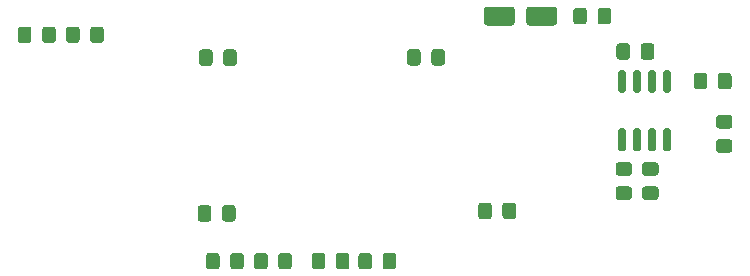
<source format=gbr>
%TF.GenerationSoftware,KiCad,Pcbnew,5.1.6*%
%TF.CreationDate,2020-09-06T18:19:59+02:00*%
%TF.ProjectId,volume_detection,766f6c75-6d65-45f6-9465-74656374696f,rev?*%
%TF.SameCoordinates,Original*%
%TF.FileFunction,Paste,Top*%
%TF.FilePolarity,Positive*%
%FSLAX46Y46*%
G04 Gerber Fmt 4.6, Leading zero omitted, Abs format (unit mm)*
G04 Created by KiCad (PCBNEW 5.1.6) date 2020-09-06 18:19:59*
%MOMM*%
%LPD*%
G01*
G04 APERTURE LIST*
G04 APERTURE END LIST*
%TO.C,C5*%
G36*
G01*
X77225000Y-144650001D02*
X77225000Y-143749999D01*
G75*
G02*
X77474999Y-143500000I249999J0D01*
G01*
X78125001Y-143500000D01*
G75*
G02*
X78375000Y-143749999I0J-249999D01*
G01*
X78375000Y-144650001D01*
G75*
G02*
X78125001Y-144900000I-249999J0D01*
G01*
X77474999Y-144900000D01*
G75*
G02*
X77225000Y-144650001I0J249999D01*
G01*
G37*
G36*
G01*
X75175000Y-144650001D02*
X75175000Y-143749999D01*
G75*
G02*
X75424999Y-143500000I249999J0D01*
G01*
X76075001Y-143500000D01*
G75*
G02*
X76325000Y-143749999I0J-249999D01*
G01*
X76325000Y-144650001D01*
G75*
G02*
X76075001Y-144900000I-249999J0D01*
G01*
X75424999Y-144900000D01*
G75*
G02*
X75175000Y-144650001I0J249999D01*
G01*
G37*
%TD*%
%TO.C,C1*%
G36*
G01*
X113049999Y-139875000D02*
X113950001Y-139875000D01*
G75*
G02*
X114200000Y-140124999I0J-249999D01*
G01*
X114200000Y-140775001D01*
G75*
G02*
X113950001Y-141025000I-249999J0D01*
G01*
X113049999Y-141025000D01*
G75*
G02*
X112800000Y-140775001I0J249999D01*
G01*
X112800000Y-140124999D01*
G75*
G02*
X113049999Y-139875000I249999J0D01*
G01*
G37*
G36*
G01*
X113049999Y-141925000D02*
X113950001Y-141925000D01*
G75*
G02*
X114200000Y-142174999I0J-249999D01*
G01*
X114200000Y-142825001D01*
G75*
G02*
X113950001Y-143075000I-249999J0D01*
G01*
X113049999Y-143075000D01*
G75*
G02*
X112800000Y-142825001I0J249999D01*
G01*
X112800000Y-142174999D01*
G75*
G02*
X113049999Y-141925000I249999J0D01*
G01*
G37*
%TD*%
%TO.C,C2*%
G36*
G01*
X100975000Y-144450001D02*
X100975000Y-143549999D01*
G75*
G02*
X101224999Y-143300000I249999J0D01*
G01*
X101875001Y-143300000D01*
G75*
G02*
X102125000Y-143549999I0J-249999D01*
G01*
X102125000Y-144450001D01*
G75*
G02*
X101875001Y-144700000I-249999J0D01*
G01*
X101224999Y-144700000D01*
G75*
G02*
X100975000Y-144450001I0J249999D01*
G01*
G37*
G36*
G01*
X98925000Y-144450001D02*
X98925000Y-143549999D01*
G75*
G02*
X99174999Y-143300000I249999J0D01*
G01*
X99825001Y-143300000D01*
G75*
G02*
X100075000Y-143549999I0J-249999D01*
G01*
X100075000Y-144450001D01*
G75*
G02*
X99825001Y-144700000I-249999J0D01*
G01*
X99174999Y-144700000D01*
G75*
G02*
X98925000Y-144450001I0J249999D01*
G01*
G37*
%TD*%
%TO.C,C3*%
G36*
G01*
X76432200Y-130568599D02*
X76432200Y-131468601D01*
G75*
G02*
X76182201Y-131718600I-249999J0D01*
G01*
X75532199Y-131718600D01*
G75*
G02*
X75282200Y-131468601I0J249999D01*
G01*
X75282200Y-130568599D01*
G75*
G02*
X75532199Y-130318600I249999J0D01*
G01*
X76182201Y-130318600D01*
G75*
G02*
X76432200Y-130568599I0J-249999D01*
G01*
G37*
G36*
G01*
X78482200Y-130568599D02*
X78482200Y-131468601D01*
G75*
G02*
X78232201Y-131718600I-249999J0D01*
G01*
X77582199Y-131718600D01*
G75*
G02*
X77332200Y-131468601I0J249999D01*
G01*
X77332200Y-130568599D01*
G75*
G02*
X77582199Y-130318600I249999J0D01*
G01*
X78232201Y-130318600D01*
G75*
G02*
X78482200Y-130568599I0J-249999D01*
G01*
G37*
%TD*%
%TO.C,C4*%
G36*
G01*
X119299999Y-135875000D02*
X120200001Y-135875000D01*
G75*
G02*
X120450000Y-136124999I0J-249999D01*
G01*
X120450000Y-136775001D01*
G75*
G02*
X120200001Y-137025000I-249999J0D01*
G01*
X119299999Y-137025000D01*
G75*
G02*
X119050000Y-136775001I0J249999D01*
G01*
X119050000Y-136124999D01*
G75*
G02*
X119299999Y-135875000I249999J0D01*
G01*
G37*
G36*
G01*
X119299999Y-137925000D02*
X120200001Y-137925000D01*
G75*
G02*
X120450000Y-138174999I0J-249999D01*
G01*
X120450000Y-138825001D01*
G75*
G02*
X120200001Y-139075000I-249999J0D01*
G01*
X119299999Y-139075000D01*
G75*
G02*
X119050000Y-138825001I0J249999D01*
G01*
X119050000Y-138174999D01*
G75*
G02*
X119299999Y-137925000I249999J0D01*
G01*
G37*
%TD*%
%TO.C,Co1*%
G36*
G01*
X105600000Y-126950000D02*
X105600000Y-128050000D01*
G75*
G02*
X105350000Y-128300000I-250000J0D01*
G01*
X103250000Y-128300000D01*
G75*
G02*
X103000000Y-128050000I0J250000D01*
G01*
X103000000Y-126950000D01*
G75*
G02*
X103250000Y-126700000I250000J0D01*
G01*
X105350000Y-126700000D01*
G75*
G02*
X105600000Y-126950000I0J-250000D01*
G01*
G37*
G36*
G01*
X102000000Y-126950000D02*
X102000000Y-128050000D01*
G75*
G02*
X101750000Y-128300000I-250000J0D01*
G01*
X99650000Y-128300000D01*
G75*
G02*
X99400000Y-128050000I0J250000D01*
G01*
X99400000Y-126950000D01*
G75*
G02*
X99650000Y-126700000I250000J0D01*
G01*
X101750000Y-126700000D01*
G75*
G02*
X102000000Y-126950000I0J-250000D01*
G01*
G37*
%TD*%
%TO.C,Ct1*%
G36*
G01*
X113825000Y-130049999D02*
X113825000Y-130950001D01*
G75*
G02*
X113575001Y-131200000I-249999J0D01*
G01*
X112924999Y-131200000D01*
G75*
G02*
X112675000Y-130950001I0J249999D01*
G01*
X112675000Y-130049999D01*
G75*
G02*
X112924999Y-129800000I249999J0D01*
G01*
X113575001Y-129800000D01*
G75*
G02*
X113825000Y-130049999I0J-249999D01*
G01*
G37*
G36*
G01*
X111775000Y-130049999D02*
X111775000Y-130950001D01*
G75*
G02*
X111525001Y-131200000I-249999J0D01*
G01*
X110874999Y-131200000D01*
G75*
G02*
X110625000Y-130950001I0J249999D01*
G01*
X110625000Y-130049999D01*
G75*
G02*
X110874999Y-129800000I249999J0D01*
G01*
X111525001Y-129800000D01*
G75*
G02*
X111775000Y-130049999I0J-249999D01*
G01*
G37*
%TD*%
%TO.C,R1*%
G36*
G01*
X110799999Y-139875000D02*
X111700001Y-139875000D01*
G75*
G02*
X111950000Y-140124999I0J-249999D01*
G01*
X111950000Y-140775001D01*
G75*
G02*
X111700001Y-141025000I-249999J0D01*
G01*
X110799999Y-141025000D01*
G75*
G02*
X110550000Y-140775001I0J249999D01*
G01*
X110550000Y-140124999D01*
G75*
G02*
X110799999Y-139875000I249999J0D01*
G01*
G37*
G36*
G01*
X110799999Y-141925000D02*
X111700001Y-141925000D01*
G75*
G02*
X111950000Y-142174999I0J-249999D01*
G01*
X111950000Y-142825001D01*
G75*
G02*
X111700001Y-143075000I-249999J0D01*
G01*
X110799999Y-143075000D01*
G75*
G02*
X110550000Y-142825001I0J249999D01*
G01*
X110550000Y-142174999D01*
G75*
G02*
X110799999Y-141925000I249999J0D01*
G01*
G37*
%TD*%
%TO.C,R2*%
G36*
G01*
X106975000Y-127950001D02*
X106975000Y-127049999D01*
G75*
G02*
X107224999Y-126800000I249999J0D01*
G01*
X107875001Y-126800000D01*
G75*
G02*
X108125000Y-127049999I0J-249999D01*
G01*
X108125000Y-127950001D01*
G75*
G02*
X107875001Y-128200000I-249999J0D01*
G01*
X107224999Y-128200000D01*
G75*
G02*
X106975000Y-127950001I0J249999D01*
G01*
G37*
G36*
G01*
X109025000Y-127950001D02*
X109025000Y-127049999D01*
G75*
G02*
X109274999Y-126800000I249999J0D01*
G01*
X109925001Y-126800000D01*
G75*
G02*
X110175000Y-127049999I0J-249999D01*
G01*
X110175000Y-127950001D01*
G75*
G02*
X109925001Y-128200000I-249999J0D01*
G01*
X109274999Y-128200000D01*
G75*
G02*
X109025000Y-127950001I0J249999D01*
G01*
G37*
%TD*%
%TO.C,R3*%
G36*
G01*
X94050000Y-130549999D02*
X94050000Y-131450001D01*
G75*
G02*
X93800001Y-131700000I-249999J0D01*
G01*
X93149999Y-131700000D01*
G75*
G02*
X92900000Y-131450001I0J249999D01*
G01*
X92900000Y-130549999D01*
G75*
G02*
X93149999Y-130300000I249999J0D01*
G01*
X93800001Y-130300000D01*
G75*
G02*
X94050000Y-130549999I0J-249999D01*
G01*
G37*
G36*
G01*
X96100000Y-130549999D02*
X96100000Y-131450001D01*
G75*
G02*
X95850001Y-131700000I-249999J0D01*
G01*
X95199999Y-131700000D01*
G75*
G02*
X94950000Y-131450001I0J249999D01*
G01*
X94950000Y-130549999D01*
G75*
G02*
X95199999Y-130300000I249999J0D01*
G01*
X95850001Y-130300000D01*
G75*
G02*
X96100000Y-130549999I0J-249999D01*
G01*
G37*
%TD*%
%TO.C,R4*%
G36*
G01*
X59948000Y-129538201D02*
X59948000Y-128638199D01*
G75*
G02*
X60197999Y-128388200I249999J0D01*
G01*
X60848001Y-128388200D01*
G75*
G02*
X61098000Y-128638199I0J-249999D01*
G01*
X61098000Y-129538201D01*
G75*
G02*
X60848001Y-129788200I-249999J0D01*
G01*
X60197999Y-129788200D01*
G75*
G02*
X59948000Y-129538201I0J249999D01*
G01*
G37*
G36*
G01*
X61998000Y-129538201D02*
X61998000Y-128638199D01*
G75*
G02*
X62247999Y-128388200I249999J0D01*
G01*
X62898001Y-128388200D01*
G75*
G02*
X63148000Y-128638199I0J-249999D01*
G01*
X63148000Y-129538201D01*
G75*
G02*
X62898001Y-129788200I-249999J0D01*
G01*
X62247999Y-129788200D01*
G75*
G02*
X61998000Y-129538201I0J249999D01*
G01*
G37*
%TD*%
%TO.C,R5*%
G36*
G01*
X65175000Y-128632799D02*
X65175000Y-129532801D01*
G75*
G02*
X64925001Y-129782800I-249999J0D01*
G01*
X64274999Y-129782800D01*
G75*
G02*
X64025000Y-129532801I0J249999D01*
G01*
X64025000Y-128632799D01*
G75*
G02*
X64274999Y-128382800I249999J0D01*
G01*
X64925001Y-128382800D01*
G75*
G02*
X65175000Y-128632799I0J-249999D01*
G01*
G37*
G36*
G01*
X67225000Y-128632799D02*
X67225000Y-129532801D01*
G75*
G02*
X66975001Y-129782800I-249999J0D01*
G01*
X66324999Y-129782800D01*
G75*
G02*
X66075000Y-129532801I0J249999D01*
G01*
X66075000Y-128632799D01*
G75*
G02*
X66324999Y-128382800I249999J0D01*
G01*
X66975001Y-128382800D01*
G75*
G02*
X67225000Y-128632799I0J-249999D01*
G01*
G37*
%TD*%
%TO.C,R6*%
G36*
G01*
X81996200Y-148700001D02*
X81996200Y-147799999D01*
G75*
G02*
X82246199Y-147550000I249999J0D01*
G01*
X82896201Y-147550000D01*
G75*
G02*
X83146200Y-147799999I0J-249999D01*
G01*
X83146200Y-148700001D01*
G75*
G02*
X82896201Y-148950000I-249999J0D01*
G01*
X82246199Y-148950000D01*
G75*
G02*
X81996200Y-148700001I0J249999D01*
G01*
G37*
G36*
G01*
X79946200Y-148700001D02*
X79946200Y-147799999D01*
G75*
G02*
X80196199Y-147550000I249999J0D01*
G01*
X80846201Y-147550000D01*
G75*
G02*
X81096200Y-147799999I0J-249999D01*
G01*
X81096200Y-148700001D01*
G75*
G02*
X80846201Y-148950000I-249999J0D01*
G01*
X80196199Y-148950000D01*
G75*
G02*
X79946200Y-148700001I0J249999D01*
G01*
G37*
%TD*%
%TO.C,R7*%
G36*
G01*
X75875000Y-148700001D02*
X75875000Y-147799999D01*
G75*
G02*
X76124999Y-147550000I249999J0D01*
G01*
X76775001Y-147550000D01*
G75*
G02*
X77025000Y-147799999I0J-249999D01*
G01*
X77025000Y-148700001D01*
G75*
G02*
X76775001Y-148950000I-249999J0D01*
G01*
X76124999Y-148950000D01*
G75*
G02*
X75875000Y-148700001I0J249999D01*
G01*
G37*
G36*
G01*
X77925000Y-148700001D02*
X77925000Y-147799999D01*
G75*
G02*
X78174999Y-147550000I249999J0D01*
G01*
X78825001Y-147550000D01*
G75*
G02*
X79075000Y-147799999I0J-249999D01*
G01*
X79075000Y-148700001D01*
G75*
G02*
X78825001Y-148950000I-249999J0D01*
G01*
X78174999Y-148950000D01*
G75*
G02*
X77925000Y-148700001I0J249999D01*
G01*
G37*
%TD*%
%TO.C,R8*%
G36*
G01*
X88023000Y-147799999D02*
X88023000Y-148700001D01*
G75*
G02*
X87773001Y-148950000I-249999J0D01*
G01*
X87122999Y-148950000D01*
G75*
G02*
X86873000Y-148700001I0J249999D01*
G01*
X86873000Y-147799999D01*
G75*
G02*
X87122999Y-147550000I249999J0D01*
G01*
X87773001Y-147550000D01*
G75*
G02*
X88023000Y-147799999I0J-249999D01*
G01*
G37*
G36*
G01*
X85973000Y-147799999D02*
X85973000Y-148700001D01*
G75*
G02*
X85723001Y-148950000I-249999J0D01*
G01*
X85072999Y-148950000D01*
G75*
G02*
X84823000Y-148700001I0J249999D01*
G01*
X84823000Y-147799999D01*
G75*
G02*
X85072999Y-147550000I249999J0D01*
G01*
X85723001Y-147550000D01*
G75*
G02*
X85973000Y-147799999I0J-249999D01*
G01*
G37*
%TD*%
%TO.C,R9*%
G36*
G01*
X89928000Y-147799999D02*
X89928000Y-148700001D01*
G75*
G02*
X89678001Y-148950000I-249999J0D01*
G01*
X89027999Y-148950000D01*
G75*
G02*
X88778000Y-148700001I0J249999D01*
G01*
X88778000Y-147799999D01*
G75*
G02*
X89027999Y-147550000I249999J0D01*
G01*
X89678001Y-147550000D01*
G75*
G02*
X89928000Y-147799999I0J-249999D01*
G01*
G37*
G36*
G01*
X91978000Y-147799999D02*
X91978000Y-148700001D01*
G75*
G02*
X91728001Y-148950000I-249999J0D01*
G01*
X91077999Y-148950000D01*
G75*
G02*
X90828000Y-148700001I0J249999D01*
G01*
X90828000Y-147799999D01*
G75*
G02*
X91077999Y-147550000I249999J0D01*
G01*
X91728001Y-147550000D01*
G75*
G02*
X91978000Y-147799999I0J-249999D01*
G01*
G37*
%TD*%
%TO.C,Rsc1*%
G36*
G01*
X118325000Y-132549999D02*
X118325000Y-133450001D01*
G75*
G02*
X118075001Y-133700000I-249999J0D01*
G01*
X117424999Y-133700000D01*
G75*
G02*
X117175000Y-133450001I0J249999D01*
G01*
X117175000Y-132549999D01*
G75*
G02*
X117424999Y-132300000I249999J0D01*
G01*
X118075001Y-132300000D01*
G75*
G02*
X118325000Y-132549999I0J-249999D01*
G01*
G37*
G36*
G01*
X120375000Y-132549999D02*
X120375000Y-133450001D01*
G75*
G02*
X120125001Y-133700000I-249999J0D01*
G01*
X119474999Y-133700000D01*
G75*
G02*
X119225000Y-133450001I0J249999D01*
G01*
X119225000Y-132549999D01*
G75*
G02*
X119474999Y-132300000I249999J0D01*
G01*
X120125001Y-132300000D01*
G75*
G02*
X120375000Y-132549999I0J-249999D01*
G01*
G37*
%TD*%
%TO.C,U1*%
G36*
G01*
X114755000Y-132050000D02*
X115055000Y-132050000D01*
G75*
G02*
X115205000Y-132200000I0J-150000D01*
G01*
X115205000Y-133850000D01*
G75*
G02*
X115055000Y-134000000I-150000J0D01*
G01*
X114755000Y-134000000D01*
G75*
G02*
X114605000Y-133850000I0J150000D01*
G01*
X114605000Y-132200000D01*
G75*
G02*
X114755000Y-132050000I150000J0D01*
G01*
G37*
G36*
G01*
X113485000Y-132050000D02*
X113785000Y-132050000D01*
G75*
G02*
X113935000Y-132200000I0J-150000D01*
G01*
X113935000Y-133850000D01*
G75*
G02*
X113785000Y-134000000I-150000J0D01*
G01*
X113485000Y-134000000D01*
G75*
G02*
X113335000Y-133850000I0J150000D01*
G01*
X113335000Y-132200000D01*
G75*
G02*
X113485000Y-132050000I150000J0D01*
G01*
G37*
G36*
G01*
X112215000Y-132050000D02*
X112515000Y-132050000D01*
G75*
G02*
X112665000Y-132200000I0J-150000D01*
G01*
X112665000Y-133850000D01*
G75*
G02*
X112515000Y-134000000I-150000J0D01*
G01*
X112215000Y-134000000D01*
G75*
G02*
X112065000Y-133850000I0J150000D01*
G01*
X112065000Y-132200000D01*
G75*
G02*
X112215000Y-132050000I150000J0D01*
G01*
G37*
G36*
G01*
X110945000Y-132050000D02*
X111245000Y-132050000D01*
G75*
G02*
X111395000Y-132200000I0J-150000D01*
G01*
X111395000Y-133850000D01*
G75*
G02*
X111245000Y-134000000I-150000J0D01*
G01*
X110945000Y-134000000D01*
G75*
G02*
X110795000Y-133850000I0J150000D01*
G01*
X110795000Y-132200000D01*
G75*
G02*
X110945000Y-132050000I150000J0D01*
G01*
G37*
G36*
G01*
X110945000Y-137000000D02*
X111245000Y-137000000D01*
G75*
G02*
X111395000Y-137150000I0J-150000D01*
G01*
X111395000Y-138800000D01*
G75*
G02*
X111245000Y-138950000I-150000J0D01*
G01*
X110945000Y-138950000D01*
G75*
G02*
X110795000Y-138800000I0J150000D01*
G01*
X110795000Y-137150000D01*
G75*
G02*
X110945000Y-137000000I150000J0D01*
G01*
G37*
G36*
G01*
X112215000Y-137000000D02*
X112515000Y-137000000D01*
G75*
G02*
X112665000Y-137150000I0J-150000D01*
G01*
X112665000Y-138800000D01*
G75*
G02*
X112515000Y-138950000I-150000J0D01*
G01*
X112215000Y-138950000D01*
G75*
G02*
X112065000Y-138800000I0J150000D01*
G01*
X112065000Y-137150000D01*
G75*
G02*
X112215000Y-137000000I150000J0D01*
G01*
G37*
G36*
G01*
X113485000Y-137000000D02*
X113785000Y-137000000D01*
G75*
G02*
X113935000Y-137150000I0J-150000D01*
G01*
X113935000Y-138800000D01*
G75*
G02*
X113785000Y-138950000I-150000J0D01*
G01*
X113485000Y-138950000D01*
G75*
G02*
X113335000Y-138800000I0J150000D01*
G01*
X113335000Y-137150000D01*
G75*
G02*
X113485000Y-137000000I150000J0D01*
G01*
G37*
G36*
G01*
X114755000Y-137000000D02*
X115055000Y-137000000D01*
G75*
G02*
X115205000Y-137150000I0J-150000D01*
G01*
X115205000Y-138800000D01*
G75*
G02*
X115055000Y-138950000I-150000J0D01*
G01*
X114755000Y-138950000D01*
G75*
G02*
X114605000Y-138800000I0J150000D01*
G01*
X114605000Y-137150000D01*
G75*
G02*
X114755000Y-137000000I150000J0D01*
G01*
G37*
%TD*%
M02*

</source>
